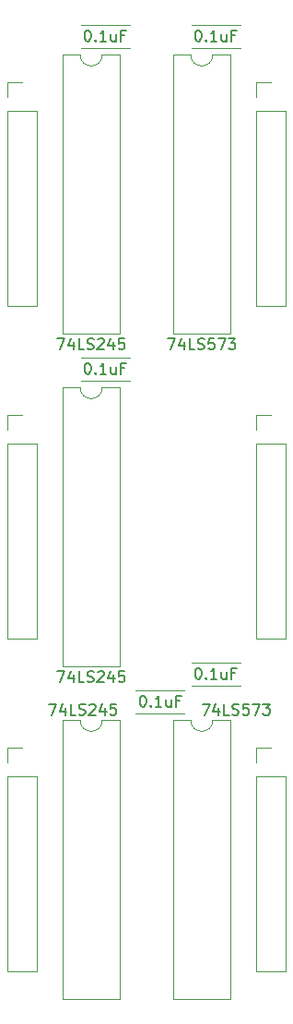
<source format=gbr>
%TF.GenerationSoftware,KiCad,Pcbnew,(5.1.8)-1*%
%TF.CreationDate,2022-06-03T11:47:02-06:00*%
%TF.ProjectId,Bus_Bridge,4275735f-4272-4696-9467-652e6b696361,rev?*%
%TF.SameCoordinates,Original*%
%TF.FileFunction,Legend,Top*%
%TF.FilePolarity,Positive*%
%FSLAX46Y46*%
G04 Gerber Fmt 4.6, Leading zero omitted, Abs format (unit mm)*
G04 Created by KiCad (PCBNEW (5.1.8)-1) date 2022-06-03 11:47:02*
%MOMM*%
%LPD*%
G01*
G04 APERTURE LIST*
%ADD10C,0.120000*%
%ADD11C,0.150000*%
G04 APERTURE END LIST*
D10*
%TO.C,J6*%
X102810000Y-92650000D02*
X104140000Y-92650000D01*
X102810000Y-93980000D02*
X102810000Y-92650000D01*
X102810000Y-95250000D02*
X105470000Y-95250000D01*
X105470000Y-95250000D02*
X105470000Y-113090000D01*
X102810000Y-95250000D02*
X102810000Y-113090000D01*
X102810000Y-113090000D02*
X105470000Y-113090000D01*
%TO.C,J5*%
X102810000Y-123130000D02*
X104140000Y-123130000D01*
X102810000Y-124460000D02*
X102810000Y-123130000D01*
X102810000Y-125730000D02*
X105470000Y-125730000D01*
X105470000Y-125730000D02*
X105470000Y-143570000D01*
X102810000Y-125730000D02*
X102810000Y-143570000D01*
X102810000Y-143570000D02*
X105470000Y-143570000D01*
%TO.C,J4*%
X102810000Y-153610000D02*
X104140000Y-153610000D01*
X102810000Y-154940000D02*
X102810000Y-153610000D01*
X102810000Y-156210000D02*
X105470000Y-156210000D01*
X105470000Y-156210000D02*
X105470000Y-174050000D01*
X102810000Y-156210000D02*
X102810000Y-174050000D01*
X102810000Y-174050000D02*
X105470000Y-174050000D01*
%TO.C,J3*%
X79950000Y-123130000D02*
X81280000Y-123130000D01*
X79950000Y-124460000D02*
X79950000Y-123130000D01*
X79950000Y-125730000D02*
X82610000Y-125730000D01*
X82610000Y-125730000D02*
X82610000Y-143570000D01*
X79950000Y-125730000D02*
X79950000Y-143570000D01*
X79950000Y-143570000D02*
X82610000Y-143570000D01*
%TO.C,J2*%
X79950000Y-153610000D02*
X81280000Y-153610000D01*
X79950000Y-154940000D02*
X79950000Y-153610000D01*
X79950000Y-156210000D02*
X82610000Y-156210000D01*
X82610000Y-156210000D02*
X82610000Y-174050000D01*
X79950000Y-156210000D02*
X79950000Y-174050000D01*
X79950000Y-174050000D02*
X82610000Y-174050000D01*
%TO.C,J1*%
X79950000Y-92650000D02*
X81280000Y-92650000D01*
X79950000Y-93980000D02*
X79950000Y-92650000D01*
X79950000Y-95250000D02*
X82610000Y-95250000D01*
X82610000Y-95250000D02*
X82610000Y-113090000D01*
X79950000Y-95250000D02*
X79950000Y-113090000D01*
X79950000Y-113090000D02*
X82610000Y-113090000D01*
%TO.C,U5*%
X100440000Y-90110000D02*
X98790000Y-90110000D01*
X100440000Y-115630000D02*
X100440000Y-90110000D01*
X95140000Y-115630000D02*
X100440000Y-115630000D01*
X95140000Y-90110000D02*
X95140000Y-115630000D01*
X96790000Y-90110000D02*
X95140000Y-90110000D01*
X98790000Y-90110000D02*
G75*
G02*
X96790000Y-90110000I-1000000J0D01*
G01*
%TO.C,U4*%
X100440000Y-151070000D02*
X98790000Y-151070000D01*
X100440000Y-176590000D02*
X100440000Y-151070000D01*
X95140000Y-176590000D02*
X100440000Y-176590000D01*
X95140000Y-151070000D02*
X95140000Y-176590000D01*
X96790000Y-151070000D02*
X95140000Y-151070000D01*
X98790000Y-151070000D02*
G75*
G02*
X96790000Y-151070000I-1000000J0D01*
G01*
%TO.C,U3*%
X90280000Y-120590000D02*
X88630000Y-120590000D01*
X90280000Y-146110000D02*
X90280000Y-120590000D01*
X84980000Y-146110000D02*
X90280000Y-146110000D01*
X84980000Y-120590000D02*
X84980000Y-146110000D01*
X86630000Y-120590000D02*
X84980000Y-120590000D01*
X88630000Y-120590000D02*
G75*
G02*
X86630000Y-120590000I-1000000J0D01*
G01*
%TO.C,U2*%
X90280000Y-151070000D02*
X88630000Y-151070000D01*
X90280000Y-176590000D02*
X90280000Y-151070000D01*
X84980000Y-176590000D02*
X90280000Y-176590000D01*
X84980000Y-151070000D02*
X84980000Y-176590000D01*
X86630000Y-151070000D02*
X84980000Y-151070000D01*
X88630000Y-151070000D02*
G75*
G02*
X86630000Y-151070000I-1000000J0D01*
G01*
%TO.C,U1*%
X90280000Y-90110000D02*
X88630000Y-90110000D01*
X90280000Y-115630000D02*
X90280000Y-90110000D01*
X84980000Y-115630000D02*
X90280000Y-115630000D01*
X84980000Y-90110000D02*
X84980000Y-115630000D01*
X86630000Y-90110000D02*
X84980000Y-90110000D01*
X88630000Y-90110000D02*
G75*
G02*
X86630000Y-90110000I-1000000J0D01*
G01*
%TO.C,C5*%
X96830000Y-87337000D02*
X96830000Y-87322000D01*
X96830000Y-89462000D02*
X96830000Y-89447000D01*
X101370000Y-87337000D02*
X101370000Y-87322000D01*
X101370000Y-89462000D02*
X101370000Y-89447000D01*
X101370000Y-87322000D02*
X96830000Y-87322000D01*
X101370000Y-89462000D02*
X96830000Y-89462000D01*
%TO.C,C4*%
X96830000Y-145757000D02*
X96830000Y-145742000D01*
X96830000Y-147882000D02*
X96830000Y-147867000D01*
X101370000Y-145757000D02*
X101370000Y-145742000D01*
X101370000Y-147882000D02*
X101370000Y-147867000D01*
X101370000Y-145742000D02*
X96830000Y-145742000D01*
X101370000Y-147882000D02*
X96830000Y-147882000D01*
%TO.C,C3*%
X86670000Y-117817000D02*
X86670000Y-117802000D01*
X86670000Y-119942000D02*
X86670000Y-119927000D01*
X91210000Y-117817000D02*
X91210000Y-117802000D01*
X91210000Y-119942000D02*
X91210000Y-119927000D01*
X91210000Y-117802000D02*
X86670000Y-117802000D01*
X91210000Y-119942000D02*
X86670000Y-119942000D01*
%TO.C,C2*%
X96210000Y-150407000D02*
X96210000Y-150422000D01*
X96210000Y-148282000D02*
X96210000Y-148297000D01*
X91670000Y-150407000D02*
X91670000Y-150422000D01*
X91670000Y-148282000D02*
X91670000Y-148297000D01*
X91670000Y-150422000D02*
X96210000Y-150422000D01*
X91670000Y-148282000D02*
X96210000Y-148282000D01*
%TO.C,C1*%
X86670000Y-87337000D02*
X86670000Y-87322000D01*
X86670000Y-89462000D02*
X86670000Y-89447000D01*
X91210000Y-87337000D02*
X91210000Y-87322000D01*
X91210000Y-89462000D02*
X91210000Y-89447000D01*
X91210000Y-87322000D02*
X86670000Y-87322000D01*
X91210000Y-89462000D02*
X86670000Y-89462000D01*
%TO.C,U5*%
D11*
X94670952Y-116082380D02*
X95337619Y-116082380D01*
X94909047Y-117082380D01*
X96147142Y-116415714D02*
X96147142Y-117082380D01*
X95909047Y-116034761D02*
X95670952Y-116749047D01*
X96290000Y-116749047D01*
X97147142Y-117082380D02*
X96670952Y-117082380D01*
X96670952Y-116082380D01*
X97432857Y-117034761D02*
X97575714Y-117082380D01*
X97813809Y-117082380D01*
X97909047Y-117034761D01*
X97956666Y-116987142D01*
X98004285Y-116891904D01*
X98004285Y-116796666D01*
X97956666Y-116701428D01*
X97909047Y-116653809D01*
X97813809Y-116606190D01*
X97623333Y-116558571D01*
X97528095Y-116510952D01*
X97480476Y-116463333D01*
X97432857Y-116368095D01*
X97432857Y-116272857D01*
X97480476Y-116177619D01*
X97528095Y-116130000D01*
X97623333Y-116082380D01*
X97861428Y-116082380D01*
X98004285Y-116130000D01*
X98909047Y-116082380D02*
X98432857Y-116082380D01*
X98385238Y-116558571D01*
X98432857Y-116510952D01*
X98528095Y-116463333D01*
X98766190Y-116463333D01*
X98861428Y-116510952D01*
X98909047Y-116558571D01*
X98956666Y-116653809D01*
X98956666Y-116891904D01*
X98909047Y-116987142D01*
X98861428Y-117034761D01*
X98766190Y-117082380D01*
X98528095Y-117082380D01*
X98432857Y-117034761D01*
X98385238Y-116987142D01*
X99290000Y-116082380D02*
X99956666Y-116082380D01*
X99528095Y-117082380D01*
X100242380Y-116082380D02*
X100861428Y-116082380D01*
X100528095Y-116463333D01*
X100670952Y-116463333D01*
X100766190Y-116510952D01*
X100813809Y-116558571D01*
X100861428Y-116653809D01*
X100861428Y-116891904D01*
X100813809Y-116987142D01*
X100766190Y-117034761D01*
X100670952Y-117082380D01*
X100385238Y-117082380D01*
X100290000Y-117034761D01*
X100242380Y-116987142D01*
%TO.C,U4*%
X97845952Y-149566380D02*
X98512619Y-149566380D01*
X98084047Y-150566380D01*
X99322142Y-149899714D02*
X99322142Y-150566380D01*
X99084047Y-149518761D02*
X98845952Y-150233047D01*
X99465000Y-150233047D01*
X100322142Y-150566380D02*
X99845952Y-150566380D01*
X99845952Y-149566380D01*
X100607857Y-150518761D02*
X100750714Y-150566380D01*
X100988809Y-150566380D01*
X101084047Y-150518761D01*
X101131666Y-150471142D01*
X101179285Y-150375904D01*
X101179285Y-150280666D01*
X101131666Y-150185428D01*
X101084047Y-150137809D01*
X100988809Y-150090190D01*
X100798333Y-150042571D01*
X100703095Y-149994952D01*
X100655476Y-149947333D01*
X100607857Y-149852095D01*
X100607857Y-149756857D01*
X100655476Y-149661619D01*
X100703095Y-149614000D01*
X100798333Y-149566380D01*
X101036428Y-149566380D01*
X101179285Y-149614000D01*
X102084047Y-149566380D02*
X101607857Y-149566380D01*
X101560238Y-150042571D01*
X101607857Y-149994952D01*
X101703095Y-149947333D01*
X101941190Y-149947333D01*
X102036428Y-149994952D01*
X102084047Y-150042571D01*
X102131666Y-150137809D01*
X102131666Y-150375904D01*
X102084047Y-150471142D01*
X102036428Y-150518761D01*
X101941190Y-150566380D01*
X101703095Y-150566380D01*
X101607857Y-150518761D01*
X101560238Y-150471142D01*
X102465000Y-149566380D02*
X103131666Y-149566380D01*
X102703095Y-150566380D01*
X103417380Y-149566380D02*
X104036428Y-149566380D01*
X103703095Y-149947333D01*
X103845952Y-149947333D01*
X103941190Y-149994952D01*
X103988809Y-150042571D01*
X104036428Y-150137809D01*
X104036428Y-150375904D01*
X103988809Y-150471142D01*
X103941190Y-150518761D01*
X103845952Y-150566380D01*
X103560238Y-150566380D01*
X103465000Y-150518761D01*
X103417380Y-150471142D01*
%TO.C,U3*%
X84510952Y-146562380D02*
X85177619Y-146562380D01*
X84749047Y-147562380D01*
X85987142Y-146895714D02*
X85987142Y-147562380D01*
X85749047Y-146514761D02*
X85510952Y-147229047D01*
X86130000Y-147229047D01*
X86987142Y-147562380D02*
X86510952Y-147562380D01*
X86510952Y-146562380D01*
X87272857Y-147514761D02*
X87415714Y-147562380D01*
X87653809Y-147562380D01*
X87749047Y-147514761D01*
X87796666Y-147467142D01*
X87844285Y-147371904D01*
X87844285Y-147276666D01*
X87796666Y-147181428D01*
X87749047Y-147133809D01*
X87653809Y-147086190D01*
X87463333Y-147038571D01*
X87368095Y-146990952D01*
X87320476Y-146943333D01*
X87272857Y-146848095D01*
X87272857Y-146752857D01*
X87320476Y-146657619D01*
X87368095Y-146610000D01*
X87463333Y-146562380D01*
X87701428Y-146562380D01*
X87844285Y-146610000D01*
X88225238Y-146657619D02*
X88272857Y-146610000D01*
X88368095Y-146562380D01*
X88606190Y-146562380D01*
X88701428Y-146610000D01*
X88749047Y-146657619D01*
X88796666Y-146752857D01*
X88796666Y-146848095D01*
X88749047Y-146990952D01*
X88177619Y-147562380D01*
X88796666Y-147562380D01*
X89653809Y-146895714D02*
X89653809Y-147562380D01*
X89415714Y-146514761D02*
X89177619Y-147229047D01*
X89796666Y-147229047D01*
X90653809Y-146562380D02*
X90177619Y-146562380D01*
X90130000Y-147038571D01*
X90177619Y-146990952D01*
X90272857Y-146943333D01*
X90510952Y-146943333D01*
X90606190Y-146990952D01*
X90653809Y-147038571D01*
X90701428Y-147133809D01*
X90701428Y-147371904D01*
X90653809Y-147467142D01*
X90606190Y-147514761D01*
X90510952Y-147562380D01*
X90272857Y-147562380D01*
X90177619Y-147514761D01*
X90130000Y-147467142D01*
%TO.C,U2*%
X83748952Y-149566380D02*
X84415619Y-149566380D01*
X83987047Y-150566380D01*
X85225142Y-149899714D02*
X85225142Y-150566380D01*
X84987047Y-149518761D02*
X84748952Y-150233047D01*
X85368000Y-150233047D01*
X86225142Y-150566380D02*
X85748952Y-150566380D01*
X85748952Y-149566380D01*
X86510857Y-150518761D02*
X86653714Y-150566380D01*
X86891809Y-150566380D01*
X86987047Y-150518761D01*
X87034666Y-150471142D01*
X87082285Y-150375904D01*
X87082285Y-150280666D01*
X87034666Y-150185428D01*
X86987047Y-150137809D01*
X86891809Y-150090190D01*
X86701333Y-150042571D01*
X86606095Y-149994952D01*
X86558476Y-149947333D01*
X86510857Y-149852095D01*
X86510857Y-149756857D01*
X86558476Y-149661619D01*
X86606095Y-149614000D01*
X86701333Y-149566380D01*
X86939428Y-149566380D01*
X87082285Y-149614000D01*
X87463238Y-149661619D02*
X87510857Y-149614000D01*
X87606095Y-149566380D01*
X87844190Y-149566380D01*
X87939428Y-149614000D01*
X87987047Y-149661619D01*
X88034666Y-149756857D01*
X88034666Y-149852095D01*
X87987047Y-149994952D01*
X87415619Y-150566380D01*
X88034666Y-150566380D01*
X88891809Y-149899714D02*
X88891809Y-150566380D01*
X88653714Y-149518761D02*
X88415619Y-150233047D01*
X89034666Y-150233047D01*
X89891809Y-149566380D02*
X89415619Y-149566380D01*
X89368000Y-150042571D01*
X89415619Y-149994952D01*
X89510857Y-149947333D01*
X89748952Y-149947333D01*
X89844190Y-149994952D01*
X89891809Y-150042571D01*
X89939428Y-150137809D01*
X89939428Y-150375904D01*
X89891809Y-150471142D01*
X89844190Y-150518761D01*
X89748952Y-150566380D01*
X89510857Y-150566380D01*
X89415619Y-150518761D01*
X89368000Y-150471142D01*
%TO.C,U1*%
X84510952Y-116082380D02*
X85177619Y-116082380D01*
X84749047Y-117082380D01*
X85987142Y-116415714D02*
X85987142Y-117082380D01*
X85749047Y-116034761D02*
X85510952Y-116749047D01*
X86130000Y-116749047D01*
X86987142Y-117082380D02*
X86510952Y-117082380D01*
X86510952Y-116082380D01*
X87272857Y-117034761D02*
X87415714Y-117082380D01*
X87653809Y-117082380D01*
X87749047Y-117034761D01*
X87796666Y-116987142D01*
X87844285Y-116891904D01*
X87844285Y-116796666D01*
X87796666Y-116701428D01*
X87749047Y-116653809D01*
X87653809Y-116606190D01*
X87463333Y-116558571D01*
X87368095Y-116510952D01*
X87320476Y-116463333D01*
X87272857Y-116368095D01*
X87272857Y-116272857D01*
X87320476Y-116177619D01*
X87368095Y-116130000D01*
X87463333Y-116082380D01*
X87701428Y-116082380D01*
X87844285Y-116130000D01*
X88225238Y-116177619D02*
X88272857Y-116130000D01*
X88368095Y-116082380D01*
X88606190Y-116082380D01*
X88701428Y-116130000D01*
X88749047Y-116177619D01*
X88796666Y-116272857D01*
X88796666Y-116368095D01*
X88749047Y-116510952D01*
X88177619Y-117082380D01*
X88796666Y-117082380D01*
X89653809Y-116415714D02*
X89653809Y-117082380D01*
X89415714Y-116034761D02*
X89177619Y-116749047D01*
X89796666Y-116749047D01*
X90653809Y-116082380D02*
X90177619Y-116082380D01*
X90130000Y-116558571D01*
X90177619Y-116510952D01*
X90272857Y-116463333D01*
X90510952Y-116463333D01*
X90606190Y-116510952D01*
X90653809Y-116558571D01*
X90701428Y-116653809D01*
X90701428Y-116891904D01*
X90653809Y-116987142D01*
X90606190Y-117034761D01*
X90510952Y-117082380D01*
X90272857Y-117082380D01*
X90177619Y-117034761D01*
X90130000Y-116987142D01*
%TO.C,C5*%
X97417142Y-87844380D02*
X97512380Y-87844380D01*
X97607619Y-87892000D01*
X97655238Y-87939619D01*
X97702857Y-88034857D01*
X97750476Y-88225333D01*
X97750476Y-88463428D01*
X97702857Y-88653904D01*
X97655238Y-88749142D01*
X97607619Y-88796761D01*
X97512380Y-88844380D01*
X97417142Y-88844380D01*
X97321904Y-88796761D01*
X97274285Y-88749142D01*
X97226666Y-88653904D01*
X97179047Y-88463428D01*
X97179047Y-88225333D01*
X97226666Y-88034857D01*
X97274285Y-87939619D01*
X97321904Y-87892000D01*
X97417142Y-87844380D01*
X98179047Y-88749142D02*
X98226666Y-88796761D01*
X98179047Y-88844380D01*
X98131428Y-88796761D01*
X98179047Y-88749142D01*
X98179047Y-88844380D01*
X99179047Y-88844380D02*
X98607619Y-88844380D01*
X98893333Y-88844380D02*
X98893333Y-87844380D01*
X98798095Y-87987238D01*
X98702857Y-88082476D01*
X98607619Y-88130095D01*
X100036190Y-88177714D02*
X100036190Y-88844380D01*
X99607619Y-88177714D02*
X99607619Y-88701523D01*
X99655238Y-88796761D01*
X99750476Y-88844380D01*
X99893333Y-88844380D01*
X99988571Y-88796761D01*
X100036190Y-88749142D01*
X100845714Y-88320571D02*
X100512380Y-88320571D01*
X100512380Y-88844380D02*
X100512380Y-87844380D01*
X100988571Y-87844380D01*
%TO.C,C4*%
X97417142Y-146264380D02*
X97512380Y-146264380D01*
X97607619Y-146312000D01*
X97655238Y-146359619D01*
X97702857Y-146454857D01*
X97750476Y-146645333D01*
X97750476Y-146883428D01*
X97702857Y-147073904D01*
X97655238Y-147169142D01*
X97607619Y-147216761D01*
X97512380Y-147264380D01*
X97417142Y-147264380D01*
X97321904Y-147216761D01*
X97274285Y-147169142D01*
X97226666Y-147073904D01*
X97179047Y-146883428D01*
X97179047Y-146645333D01*
X97226666Y-146454857D01*
X97274285Y-146359619D01*
X97321904Y-146312000D01*
X97417142Y-146264380D01*
X98179047Y-147169142D02*
X98226666Y-147216761D01*
X98179047Y-147264380D01*
X98131428Y-147216761D01*
X98179047Y-147169142D01*
X98179047Y-147264380D01*
X99179047Y-147264380D02*
X98607619Y-147264380D01*
X98893333Y-147264380D02*
X98893333Y-146264380D01*
X98798095Y-146407238D01*
X98702857Y-146502476D01*
X98607619Y-146550095D01*
X100036190Y-146597714D02*
X100036190Y-147264380D01*
X99607619Y-146597714D02*
X99607619Y-147121523D01*
X99655238Y-147216761D01*
X99750476Y-147264380D01*
X99893333Y-147264380D01*
X99988571Y-147216761D01*
X100036190Y-147169142D01*
X100845714Y-146740571D02*
X100512380Y-146740571D01*
X100512380Y-147264380D02*
X100512380Y-146264380D01*
X100988571Y-146264380D01*
%TO.C,C3*%
X87257142Y-118324380D02*
X87352380Y-118324380D01*
X87447619Y-118372000D01*
X87495238Y-118419619D01*
X87542857Y-118514857D01*
X87590476Y-118705333D01*
X87590476Y-118943428D01*
X87542857Y-119133904D01*
X87495238Y-119229142D01*
X87447619Y-119276761D01*
X87352380Y-119324380D01*
X87257142Y-119324380D01*
X87161904Y-119276761D01*
X87114285Y-119229142D01*
X87066666Y-119133904D01*
X87019047Y-118943428D01*
X87019047Y-118705333D01*
X87066666Y-118514857D01*
X87114285Y-118419619D01*
X87161904Y-118372000D01*
X87257142Y-118324380D01*
X88019047Y-119229142D02*
X88066666Y-119276761D01*
X88019047Y-119324380D01*
X87971428Y-119276761D01*
X88019047Y-119229142D01*
X88019047Y-119324380D01*
X89019047Y-119324380D02*
X88447619Y-119324380D01*
X88733333Y-119324380D02*
X88733333Y-118324380D01*
X88638095Y-118467238D01*
X88542857Y-118562476D01*
X88447619Y-118610095D01*
X89876190Y-118657714D02*
X89876190Y-119324380D01*
X89447619Y-118657714D02*
X89447619Y-119181523D01*
X89495238Y-119276761D01*
X89590476Y-119324380D01*
X89733333Y-119324380D01*
X89828571Y-119276761D01*
X89876190Y-119229142D01*
X90685714Y-118800571D02*
X90352380Y-118800571D01*
X90352380Y-119324380D02*
X90352380Y-118324380D01*
X90828571Y-118324380D01*
%TO.C,C2*%
X92337142Y-148804380D02*
X92432380Y-148804380D01*
X92527619Y-148852000D01*
X92575238Y-148899619D01*
X92622857Y-148994857D01*
X92670476Y-149185333D01*
X92670476Y-149423428D01*
X92622857Y-149613904D01*
X92575238Y-149709142D01*
X92527619Y-149756761D01*
X92432380Y-149804380D01*
X92337142Y-149804380D01*
X92241904Y-149756761D01*
X92194285Y-149709142D01*
X92146666Y-149613904D01*
X92099047Y-149423428D01*
X92099047Y-149185333D01*
X92146666Y-148994857D01*
X92194285Y-148899619D01*
X92241904Y-148852000D01*
X92337142Y-148804380D01*
X93099047Y-149709142D02*
X93146666Y-149756761D01*
X93099047Y-149804380D01*
X93051428Y-149756761D01*
X93099047Y-149709142D01*
X93099047Y-149804380D01*
X94099047Y-149804380D02*
X93527619Y-149804380D01*
X93813333Y-149804380D02*
X93813333Y-148804380D01*
X93718095Y-148947238D01*
X93622857Y-149042476D01*
X93527619Y-149090095D01*
X94956190Y-149137714D02*
X94956190Y-149804380D01*
X94527619Y-149137714D02*
X94527619Y-149661523D01*
X94575238Y-149756761D01*
X94670476Y-149804380D01*
X94813333Y-149804380D01*
X94908571Y-149756761D01*
X94956190Y-149709142D01*
X95765714Y-149280571D02*
X95432380Y-149280571D01*
X95432380Y-149804380D02*
X95432380Y-148804380D01*
X95908571Y-148804380D01*
%TO.C,C1*%
X87257142Y-87844380D02*
X87352380Y-87844380D01*
X87447619Y-87892000D01*
X87495238Y-87939619D01*
X87542857Y-88034857D01*
X87590476Y-88225333D01*
X87590476Y-88463428D01*
X87542857Y-88653904D01*
X87495238Y-88749142D01*
X87447619Y-88796761D01*
X87352380Y-88844380D01*
X87257142Y-88844380D01*
X87161904Y-88796761D01*
X87114285Y-88749142D01*
X87066666Y-88653904D01*
X87019047Y-88463428D01*
X87019047Y-88225333D01*
X87066666Y-88034857D01*
X87114285Y-87939619D01*
X87161904Y-87892000D01*
X87257142Y-87844380D01*
X88019047Y-88749142D02*
X88066666Y-88796761D01*
X88019047Y-88844380D01*
X87971428Y-88796761D01*
X88019047Y-88749142D01*
X88019047Y-88844380D01*
X89019047Y-88844380D02*
X88447619Y-88844380D01*
X88733333Y-88844380D02*
X88733333Y-87844380D01*
X88638095Y-87987238D01*
X88542857Y-88082476D01*
X88447619Y-88130095D01*
X89876190Y-88177714D02*
X89876190Y-88844380D01*
X89447619Y-88177714D02*
X89447619Y-88701523D01*
X89495238Y-88796761D01*
X89590476Y-88844380D01*
X89733333Y-88844380D01*
X89828571Y-88796761D01*
X89876190Y-88749142D01*
X90685714Y-88320571D02*
X90352380Y-88320571D01*
X90352380Y-88844380D02*
X90352380Y-87844380D01*
X90828571Y-87844380D01*
%TD*%
M02*

</source>
